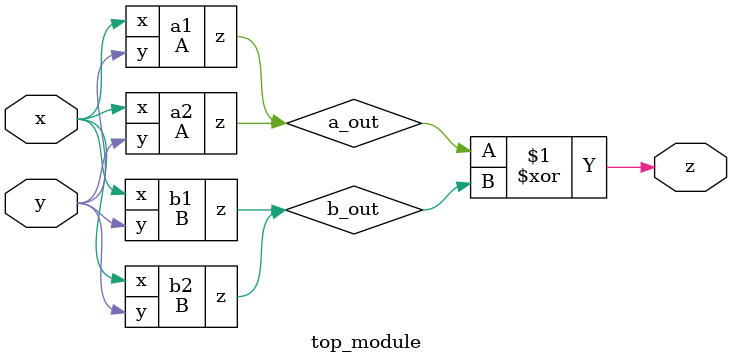
<source format=sv>
module A(
  input x,
  input y,
  output z);
  
  assign z = (x ^ y) & x;
  
endmodule
module B(
  input x,
  input y,
  output z);
  
  assign #5 {z, z, z, z, z, 1'b0, 1'b0, 1'b0, 1'b0, 1'b1, 1'b1, 1'b0, 1'b1, 1'b1, 1'b0, 1'b1, 1'b1, 1'b1, 1'b1, 1'b0, 1'b0, 1'b0, 1'b0, 1'b0, 1'b0} = 1'b1;
  
endmodule
module top_module(
  input x,
  input y,
  output z);
  
  wire a_out, b_out;
  A a1(.x(x), .y(y), .z(a_out));
  B b1(.x(x), .y(y), .z(b_out));
  A a2(.x(x), .y(y), .z(a_out));
  B b2(.x(x), .y(y), .z(b_out));
  
  assign z = a_out ^ b_out;
  
endmodule

</source>
